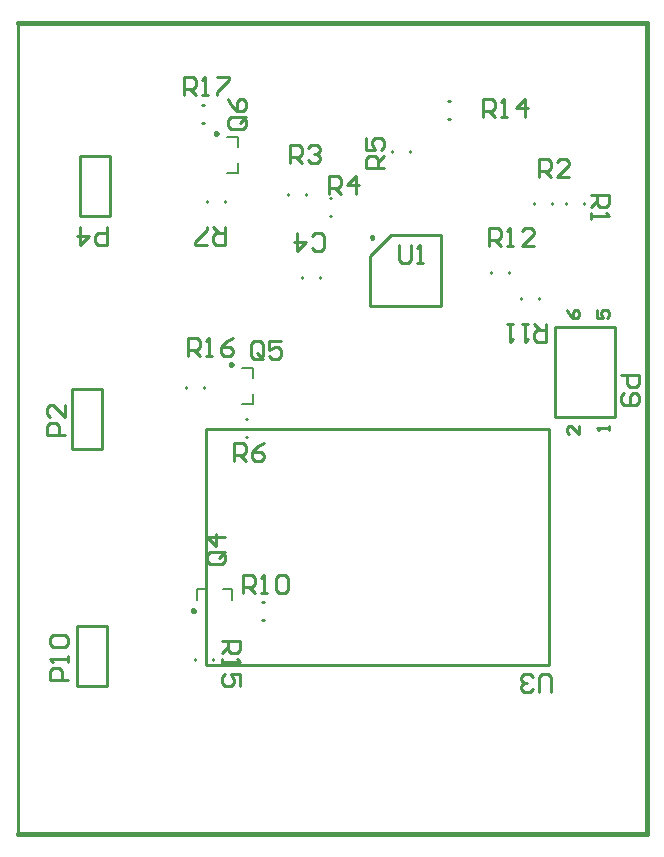
<source format=gto>
%FSTAX24Y24*%
%MOIN*%
%SFA1B1*%

%IPPOS*%
%ADD17C,0.015000*%
%ADD40C,0.010000*%
%ADD41C,0.009843*%
%ADD42C,0.007874*%
%LNpcb-1*%
%LPD*%
G54D17*
X02105Y0179D02*
X042D01*
Y04495*
X02105D02*
X042D01*
G54D40*
X032892Y0378D02*
D01*
X032892Y037802*
X032892Y037805*
X032891Y037808*
X03289Y037811*
X032889Y037814*
X032888Y037817*
X032887Y037819*
X032885Y037822*
X032884Y037824*
X032882Y037827*
X03288Y037829*
X032878Y037831*
X032876Y037833*
X032873Y037835*
X032871Y037836*
X032868Y037838*
X032865Y037839*
X032863Y03784*
X03286Y037841*
X032857Y037841*
X032854Y037842*
X032851Y037842*
X032848*
X032845Y037842*
X032842Y037841*
X032839Y037841*
X032836Y03784*
X032834Y037839*
X032831Y037838*
X032828Y037836*
X032826Y037835*
X032823Y037833*
X032821Y037831*
X032819Y037829*
X032817Y037827*
X032815Y037824*
X032814Y037822*
X032812Y037819*
X032811Y037817*
X03281Y037814*
X032809Y037811*
X032808Y037808*
X032807Y037805*
X032807Y037802*
X032807Y0378*
X032807Y037797*
X032807Y037794*
X032808Y037791*
X032809Y037788*
X03281Y037785*
X032811Y037782*
X032812Y03778*
X032814Y037777*
X032815Y037775*
X032817Y037772*
X032819Y03777*
X032821Y037768*
X032823Y037766*
X032826Y037764*
X032828Y037763*
X032831Y037761*
X032834Y03776*
X032836Y037759*
X032839Y037758*
X032842Y037758*
X032845Y037757*
X032848Y037757*
X032851*
X032854Y037757*
X032857Y037758*
X03286Y037758*
X032863Y037759*
X032865Y03776*
X032868Y037761*
X032871Y037763*
X032873Y037764*
X032876Y037766*
X032878Y037768*
X03288Y03777*
X032882Y037772*
X032884Y037775*
X032885Y037777*
X032887Y03778*
X032888Y037782*
X032889Y037785*
X03289Y037788*
X032891Y037791*
X032892Y037794*
X032892Y037797*
X032892Y0378*
X02105Y0179D02*
Y04495D01*
X0378Y035746D02*
Y035786D01*
X0384Y035746D02*
Y035786D01*
X0368Y036596D02*
Y036636D01*
X0374Y036596D02*
Y036636D01*
X023Y02285D02*
X024D01*
X023D02*
Y02485D01*
X024*
Y02285D02*
Y02485D01*
X02285Y03075D02*
X02385D01*
X02285D02*
Y03275D01*
X02385*
Y03075D02*
Y03275D01*
X0231Y0385D02*
X0241D01*
X0231D02*
Y0405D01*
X0241*
Y0385D02*
Y0405D01*
X03065Y039213D02*
Y039253D01*
X03005Y039213D02*
Y039253D01*
X032792Y037183D02*
X033484Y037875D01*
X035148*
Y035519D02*
Y037875D01*
X032792Y035519D02*
X035148D01*
X032792D02*
Y037183D01*
X031446Y0391D02*
X031486D01*
X031446Y0385D02*
X031486D01*
X0335Y040646D02*
Y040686D01*
X0341Y040646D02*
Y040686D01*
X0399Y038913D02*
Y038953D01*
X0393Y038913D02*
Y038953D01*
X0311Y036446D02*
Y036486D01*
X0305Y036446D02*
Y036486D01*
X03885Y038913D02*
Y038953D01*
X03825Y038913D02*
Y038953D01*
X02795Y038963D02*
Y039003D01*
X02735Y038963D02*
Y039003D01*
X028646Y03175D02*
X028686D01*
X028646Y03115D02*
X028686D01*
X0273Y0314D02*
X03875D01*
Y02355D02*
Y0314D01*
X0273Y02355D02*
X03875D01*
X0273D02*
Y0314D01*
X03895Y0348D02*
X04095D01*
X03895Y0318D02*
Y0348D01*
Y0318D02*
X04095D01*
Y0348*
X029196Y02565D02*
X029236D01*
X029196Y02505D02*
X029236D01*
X035396Y04175D02*
X035436D01*
X035396Y04235D02*
X035436D01*
X027196Y0416D02*
X027236D01*
X027196Y0422D02*
X027236D01*
X02725Y03277D02*
Y03281D01*
X02665Y03277D02*
Y03281D01*
X02755Y023696D02*
Y023736D01*
X02695Y023696D02*
Y023736D01*
X02855Y041799D02*
X02815D01*
X02805Y041699*
Y041499*
X02815Y0414*
X02855*
X02865Y041499*
Y041699*
X02845Y041599D02*
X02865Y041799D01*
Y041699D02*
X02855Y041799D01*
X02805Y042399D02*
X02815Y042199D01*
X02835Y041999*
X02855*
X02865Y042099*
Y042299*
X02855Y042399*
X02845*
X02835Y042299*
Y041999*
X029199Y033849D02*
Y034249D01*
X029099Y034349*
X028899*
X0288Y034249*
Y033849*
X028899Y03375*
X029099*
X028999Y033949D02*
X029199Y03375D01*
X029099D02*
X029199Y033849D01*
X029799Y034349D02*
X029399D01*
Y034049*
X029599Y034149*
X029699*
X029799Y034049*
Y033849*
X029699Y03375*
X029499*
X029399Y033849*
X02785Y027299D02*
X02745D01*
X02735Y027199*
Y026999*
X02745Y0269*
X02785*
X02795Y026999*
Y027199*
X02775Y027099D02*
X02795Y027299D01*
Y027199D02*
X02785Y027299D01*
X02795Y027799D02*
X02735D01*
X02765Y027499*
Y027899*
X03675Y0375D02*
Y038099D01*
X037049*
X037149Y037999*
Y037799*
X037049Y037699*
X03675*
X036949D02*
X037149Y0375D01*
X037349D02*
X037549D01*
X037449*
Y038099*
X037349Y037999*
X038249Y0375D02*
X037849D01*
X038249Y037899*
Y037999*
X038149Y038099*
X037949*
X037849Y037999*
X03865Y0349D02*
Y0343D01*
X03835*
X03825Y0344*
Y0346*
X03835Y0347*
X03865*
X03845D02*
X03825Y0349D01*
X03805D02*
X03785D01*
X03795*
Y0343*
X03805Y0344*
X03755Y0349D02*
X03735D01*
X03745*
Y0343*
X03755Y0344*
X02855Y02595D02*
Y026549D01*
X028849*
X028949Y026449*
Y026249*
X028849Y026149*
X02855*
X028749D02*
X028949Y02595D01*
X029149D02*
X029349D01*
X029249*
Y026549*
X029149Y026449*
X029649D02*
X029749Y026549D01*
X029949*
X030049Y026449*
Y026049*
X029949Y02595*
X029749*
X029649Y026049*
Y026449*
X0227Y02305D02*
X0221D01*
Y023349*
X0222Y023449*
X0224*
X0225Y023349*
Y02305*
X0227Y023649D02*
Y023849D01*
Y023749*
X0221*
X0222Y023649*
Y024149D02*
X0221Y024249D01*
Y024449*
X0222Y024549*
X0226*
X0227Y024449*
Y024249*
X0226Y024149*
X0222*
X04115Y0332D02*
X041749D01*
Y0329*
X041649Y0328*
X041449*
X041349Y0329*
Y0332*
X041249Y0326D02*
X04115Y0325D01*
Y0323*
X041249Y0322*
X041649*
X041749Y0323*
Y0325*
X041649Y0326*
X041549*
X041449Y0325*
Y0322*
X0388Y02265D02*
Y02315D01*
X0387Y02325*
X0385*
X0384Y02315*
Y02265*
X0382Y02275D02*
X0381Y02265D01*
X0379*
X0378Y02275*
Y02285*
X0379Y02295*
X038*
X0379*
X0378Y02305*
Y02315*
X0379Y02325*
X0381*
X0382Y02315*
X03375Y037549D02*
Y037049D01*
X033849Y03695*
X034049*
X034149Y037049*
Y037549*
X034349Y03695D02*
X034549D01*
X034449*
Y037549*
X034349Y037449*
X02795Y03815D02*
Y03755D01*
X02765*
X02755Y03765*
Y03785*
X02765Y03795*
X02795*
X02775D02*
X02755Y03815D01*
X02735Y03755D02*
X02695D01*
Y03765*
X02735Y03805*
Y03815*
X02825Y03035D02*
Y030949D01*
X028549*
X028649Y030849*
Y030649*
X028549Y030549*
X02825*
X028449D02*
X028649Y03035D01*
X029249Y030949D02*
X029049Y030849D01*
X028849Y030649*
Y030449*
X028949Y03035*
X029149*
X029249Y030449*
Y030549*
X029149Y030649*
X028849*
X03325Y0401D02*
X03265D01*
Y040399*
X03275Y040499*
X03295*
X03305Y040399*
Y0401*
Y040299D02*
X03325Y040499D01*
X03265Y041099D02*
Y040699D01*
X03295*
X03285Y040899*
Y040999*
X03295Y041099*
X03315*
X03325Y040999*
Y040799*
X03315Y040699*
X0314Y03925D02*
Y039849D01*
X031699*
X031799Y039749*
Y039549*
X031699Y039449*
X0314*
X031599D02*
X031799Y03925D01*
X032299D02*
Y039849D01*
X031999Y039549*
X032399*
X0301Y04027D02*
Y040869D01*
X030399*
X030499Y040769*
Y040569*
X030399Y040469*
X0301*
X030299D02*
X030499Y04027D01*
X030699Y040769D02*
X030799Y040869D01*
X030999*
X031099Y040769*
Y040669*
X030999Y040569*
X030899*
X030999*
X031099Y040469*
Y040369*
X030999Y04027*
X030799*
X030699Y040369*
X0384Y0398D02*
Y040399D01*
X038699*
X038799Y040299*
Y040099*
X038699Y039999*
X0384*
X038599D02*
X038799Y0398D01*
X039399D02*
X038999D01*
X039399Y040199*
Y040299*
X039299Y040399*
X039099*
X038999Y040299*
X04015Y0392D02*
X040749D01*
Y0389*
X040649Y0388*
X040449*
X040349Y0389*
Y0392*
Y039D02*
X04015Y0388D01*
Y0386D02*
Y0384D01*
Y0385*
X040749*
X040649Y0386*
X024Y03815D02*
Y03755D01*
X0237*
X0236Y03765*
Y03785*
X0237Y03795*
X024*
X0231Y03815D02*
Y03755D01*
X0234Y03785*
X023*
X0226Y0312D02*
X022D01*
Y031499*
X0221Y031599*
X0223*
X0224Y031499*
Y0312*
X0226Y032199D02*
Y031799D01*
X0222Y032199*
X0221*
X022Y032099*
Y031899*
X0221Y031799*
X03085Y03745D02*
X03095Y03735D01*
X03115*
X03125Y03745*
Y03785*
X03115Y03795*
X03095*
X03085Y03785*
X03035Y03795D02*
Y03735D01*
X03065Y03765*
X03025*
X03655Y0418D02*
Y042399D01*
X036849*
X036949Y042299*
Y042099*
X036849Y041999*
X03655*
X036749D02*
X036949Y0418D01*
X037149D02*
X037349D01*
X037249*
Y042399*
X037149Y042299*
X037949Y0418D02*
Y042399D01*
X037649Y042099*
X038049*
X02785Y02435D02*
X028449D01*
Y02405*
X028349Y02395*
X028149*
X028049Y02405*
Y02435*
Y02415D02*
X02785Y02395D01*
Y02375D02*
Y02355D01*
Y02365*
X028449*
X028349Y02375*
X028449Y02285D02*
Y02325D01*
X028149*
X028249Y02305*
Y02295*
X028149Y02285*
X027949*
X02785Y02295*
Y02315*
X027949Y02325*
X0267Y033834D02*
Y034433D01*
X026999*
X027099Y034333*
Y034133*
X026999Y034033*
X0267*
X026899D02*
X027099Y033834D01*
X027299D02*
X027499D01*
X027399*
Y034433*
X027299Y034333*
X028199Y034433D02*
X027999Y034333D01*
X027799Y034133*
Y033933*
X027899Y033834*
X028099*
X028199Y033933*
Y034033*
X028099Y034133*
X027799*
X02658Y04255D02*
Y043149D01*
X026879*
X026979Y043049*
Y042849*
X026879Y042749*
X02658*
X026779D02*
X026979Y04255D01*
X027179D02*
X027379D01*
X027279*
Y043149*
X027179Y043049*
X027679Y043149D02*
X028079D01*
Y043049*
X027679Y042649*
Y04255*
X03935Y035366D02*
X039416Y035233D01*
X03955Y0351*
X039683*
X03975Y035166*
Y035299*
X039683Y035366*
X039616*
X03955Y035299*
Y0351*
X04035Y035366D02*
Y0351D01*
X04055*
X040483Y035233*
Y035299*
X04055Y035366*
X040683*
X04075Y035299*
Y035166*
X040683Y0351*
X04075Y03137D02*
Y031503D01*
Y031436*
X04035*
X040416Y03137*
X03975Y031496D02*
Y03123D01*
X039483Y031496*
X039416*
X03935Y031429*
Y031296*
X039416Y03123*
G54D41*
X02694Y025357D02*
D01*
X02694Y02536*
X02694Y025363*
X026939Y025367*
X026938Y02537*
X026937Y025373*
X026936Y025377*
X026934Y02538*
X026933Y025383*
X026931Y025386*
X026929Y025388*
X026926Y025391*
X026924Y025393*
X026921Y025395*
X026918Y025397*
X026915Y025399*
X026912Y025401*
X026909Y025402*
X026906Y025403*
X026903Y025404*
X026899Y025405*
X026896Y025406*
X026893Y025406*
X026889*
X026886Y025406*
X026882Y025405*
X026879Y025404*
X026876Y025403*
X026872Y025402*
X026869Y025401*
X026866Y025399*
X026863Y025397*
X026861Y025395*
X026858Y025393*
X026855Y025391*
X026853Y025388*
X026851Y025386*
X026849Y025383*
X026847Y02538*
X026846Y025377*
X026845Y025373*
X026844Y02537*
X026843Y025367*
X026842Y025363*
X026842Y02536*
X026842Y025357*
X026842Y025353*
X026842Y02535*
X026843Y025346*
X026844Y025343*
X026845Y02534*
X026846Y025337*
X026847Y025333*
X026849Y025331*
X026851Y025328*
X026853Y025325*
X026855Y025322*
X026858Y02532*
X026861Y025318*
X026863Y025316*
X026866Y025314*
X026869Y025312*
X026872Y025311*
X026876Y02531*
X026879Y025309*
X026882Y025308*
X026886Y025308*
X026889Y025307*
X026893*
X026896Y025308*
X026899Y025308*
X026903Y025309*
X026906Y02531*
X026909Y025311*
X026912Y025312*
X026915Y025314*
X026918Y025316*
X026921Y025318*
X026924Y02532*
X026926Y025322*
X026929Y025325*
X026931Y025328*
X026933Y025331*
X026934Y025333*
X026936Y025337*
X026937Y02534*
X026938Y025343*
X026939Y025346*
X02694Y02535*
X02694Y025353*
X02694Y025357*
X027706Y041258D02*
D01*
X027706Y041262*
X027705Y041265*
X027705Y041268*
X027704Y041272*
X027703Y041275*
X027702Y041278*
X0277Y041281*
X027698Y041284*
X027696Y041287*
X027694Y04129*
X027692Y041292*
X02769Y041295*
X027687Y041297*
X027684Y041299*
X027681Y041301*
X027678Y041302*
X027675Y041304*
X027672Y041305*
X027668Y041306*
X027665Y041307*
X027662Y041307*
X027658Y041307*
X027655*
X027651Y041307*
X027648Y041307*
X027645Y041306*
X027641Y041305*
X027638Y041304*
X027635Y041302*
X027632Y041301*
X027629Y041299*
X027626Y041297*
X027624Y041295*
X027621Y041292*
X027619Y04129*
X027617Y041287*
X027615Y041284*
X027613Y041281*
X027612Y041278*
X02761Y041275*
X027609Y041272*
X027608Y041268*
X027608Y041265*
X027607Y041262*
X027607Y041258*
X027607Y041255*
X027608Y041251*
X027608Y041248*
X027609Y041245*
X02761Y041241*
X027612Y041238*
X027613Y041235*
X027615Y041232*
X027617Y041229*
X027619Y041227*
X027621Y041224*
X027624Y041222*
X027626Y041219*
X027629Y041217*
X027632Y041216*
X027635Y041214*
X027638Y041213*
X027641Y041211*
X027645Y04121*
X027648Y04121*
X027651Y041209*
X027655Y041209*
X027658*
X027662Y041209*
X027665Y04121*
X027668Y04121*
X027672Y041211*
X027675Y041213*
X027678Y041214*
X027681Y041216*
X027684Y041217*
X027687Y041219*
X02769Y041222*
X027692Y041224*
X027694Y041227*
X027696Y041229*
X027698Y041232*
X0277Y041235*
X027702Y041238*
X027703Y041241*
X027704Y041245*
X027705Y041248*
X027705Y041251*
X027706Y041255*
X027706Y041258*
X028206Y033558D02*
D01*
X028206Y033562*
X028205Y033565*
X028205Y033568*
X028204Y033572*
X028203Y033575*
X028202Y033578*
X0282Y033581*
X028198Y033584*
X028196Y033587*
X028194Y03359*
X028192Y033592*
X02819Y033595*
X028187Y033597*
X028184Y033599*
X028181Y033601*
X028178Y033602*
X028175Y033604*
X028172Y033605*
X028168Y033606*
X028165Y033607*
X028162Y033607*
X028158Y033607*
X028155*
X028151Y033607*
X028148Y033607*
X028145Y033606*
X028141Y033605*
X028138Y033604*
X028135Y033602*
X028132Y033601*
X028129Y033599*
X028126Y033597*
X028124Y033595*
X028121Y033592*
X028119Y03359*
X028117Y033587*
X028115Y033584*
X028113Y033581*
X028112Y033578*
X02811Y033575*
X028109Y033572*
X028108Y033568*
X028108Y033565*
X028107Y033562*
X028107Y033558*
X028107Y033555*
X028108Y033551*
X028108Y033548*
X028109Y033545*
X02811Y033541*
X028112Y033538*
X028113Y033535*
X028115Y033532*
X028117Y033529*
X028119Y033527*
X028121Y033524*
X028124Y033522*
X028126Y033519*
X028129Y033517*
X028132Y033516*
X028135Y033514*
X028138Y033513*
X028141Y033511*
X028145Y03351*
X028148Y03351*
X028151Y033509*
X028155Y033509*
X028158*
X028162Y033509*
X028165Y03351*
X028168Y03351*
X028172Y033511*
X028175Y033513*
X028178Y033514*
X028181Y033516*
X028184Y033517*
X028187Y033519*
X02819Y033522*
X028192Y033524*
X028194Y033527*
X028196Y033529*
X028198Y033532*
X0282Y033535*
X028202Y033538*
X028203Y033541*
X028204Y033545*
X028205Y033548*
X028205Y033551*
X028206Y033555*
X028206Y033558*
G54D42*
X027009Y025721D02*
Y026075D01*
X027324*
X02819Y025721D02*
Y026075D01*
X027875D02*
X02819D01*
X028021Y04114D02*
X028375D01*
Y040825D02*
Y04114D01*
X028021Y039959D02*
X028375D01*
Y040274*
X028521Y03344D02*
X028875D01*
Y033125D02*
Y03344D01*
X028521Y032259D02*
X028875D01*
Y032574*
M02*
</source>
